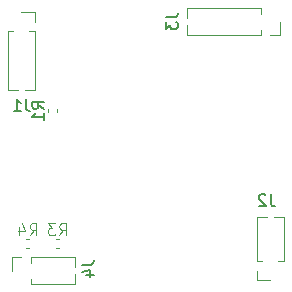
<source format=gbo>
%TF.GenerationSoftware,KiCad,Pcbnew,9.0.5-1.fc42*%
%TF.CreationDate,2025-12-03T05:54:04+01:00*%
%TF.ProjectId,Block-PotentiometerLinear,426c6f63-6b2d-4506-9f74-656e74696f6d,1*%
%TF.SameCoordinates,Original*%
%TF.FileFunction,Legend,Bot*%
%TF.FilePolarity,Positive*%
%FSLAX46Y46*%
G04 Gerber Fmt 4.6, Leading zero omitted, Abs format (unit mm)*
G04 Created by KiCad (PCBNEW 9.0.5-1.fc42) date 2025-12-03 05:54:04*
%MOMM*%
%LPD*%
G01*
G04 APERTURE LIST*
%ADD10C,0.150000*%
%ADD11C,0.125000*%
%ADD12C,0.120000*%
G04 APERTURE END LIST*
D10*
X133675419Y-123693866D02*
X134389704Y-123693866D01*
X134389704Y-123693866D02*
X134532561Y-123646247D01*
X134532561Y-123646247D02*
X134627800Y-123551009D01*
X134627800Y-123551009D02*
X134675419Y-123408152D01*
X134675419Y-123408152D02*
X134675419Y-123312914D01*
X134008752Y-124598628D02*
X134675419Y-124598628D01*
X133627800Y-124360533D02*
X134342085Y-124122438D01*
X134342085Y-124122438D02*
X134342085Y-124741485D01*
D11*
X131736666Y-121206119D02*
X132069999Y-120729928D01*
X132308094Y-121206119D02*
X132308094Y-120206119D01*
X132308094Y-120206119D02*
X131927142Y-120206119D01*
X131927142Y-120206119D02*
X131831904Y-120253738D01*
X131831904Y-120253738D02*
X131784285Y-120301357D01*
X131784285Y-120301357D02*
X131736666Y-120396595D01*
X131736666Y-120396595D02*
X131736666Y-120539452D01*
X131736666Y-120539452D02*
X131784285Y-120634690D01*
X131784285Y-120634690D02*
X131831904Y-120682309D01*
X131831904Y-120682309D02*
X131927142Y-120729928D01*
X131927142Y-120729928D02*
X132308094Y-120729928D01*
X131403332Y-120206119D02*
X130784285Y-120206119D01*
X130784285Y-120206119D02*
X131117618Y-120587071D01*
X131117618Y-120587071D02*
X130974761Y-120587071D01*
X130974761Y-120587071D02*
X130879523Y-120634690D01*
X130879523Y-120634690D02*
X130831904Y-120682309D01*
X130831904Y-120682309D02*
X130784285Y-120777547D01*
X130784285Y-120777547D02*
X130784285Y-121015642D01*
X130784285Y-121015642D02*
X130831904Y-121110880D01*
X130831904Y-121110880D02*
X130879523Y-121158500D01*
X130879523Y-121158500D02*
X130974761Y-121206119D01*
X130974761Y-121206119D02*
X131260475Y-121206119D01*
X131260475Y-121206119D02*
X131355713Y-121158500D01*
X131355713Y-121158500D02*
X131403332Y-121110880D01*
D10*
X130425019Y-110488333D02*
X129948828Y-110155000D01*
X130425019Y-109916905D02*
X129425019Y-109916905D01*
X129425019Y-109916905D02*
X129425019Y-110297857D01*
X129425019Y-110297857D02*
X129472638Y-110393095D01*
X129472638Y-110393095D02*
X129520257Y-110440714D01*
X129520257Y-110440714D02*
X129615495Y-110488333D01*
X129615495Y-110488333D02*
X129758352Y-110488333D01*
X129758352Y-110488333D02*
X129853590Y-110440714D01*
X129853590Y-110440714D02*
X129901209Y-110393095D01*
X129901209Y-110393095D02*
X129948828Y-110297857D01*
X129948828Y-110297857D02*
X129948828Y-109916905D01*
X130425019Y-111440714D02*
X130425019Y-110869286D01*
X130425019Y-111155000D02*
X129425019Y-111155000D01*
X129425019Y-111155000D02*
X129567876Y-111059762D01*
X129567876Y-111059762D02*
X129663114Y-110964524D01*
X129663114Y-110964524D02*
X129710733Y-110869286D01*
D11*
X129222066Y-121206119D02*
X129555399Y-120729928D01*
X129793494Y-121206119D02*
X129793494Y-120206119D01*
X129793494Y-120206119D02*
X129412542Y-120206119D01*
X129412542Y-120206119D02*
X129317304Y-120253738D01*
X129317304Y-120253738D02*
X129269685Y-120301357D01*
X129269685Y-120301357D02*
X129222066Y-120396595D01*
X129222066Y-120396595D02*
X129222066Y-120539452D01*
X129222066Y-120539452D02*
X129269685Y-120634690D01*
X129269685Y-120634690D02*
X129317304Y-120682309D01*
X129317304Y-120682309D02*
X129412542Y-120729928D01*
X129412542Y-120729928D02*
X129793494Y-120729928D01*
X128364923Y-120539452D02*
X128364923Y-121206119D01*
X128603018Y-120158500D02*
X128841113Y-120872785D01*
X128841113Y-120872785D02*
X128222066Y-120872785D01*
D10*
X149620410Y-117741619D02*
X149620410Y-118455904D01*
X149620410Y-118455904D02*
X149668029Y-118598761D01*
X149668029Y-118598761D02*
X149763267Y-118694000D01*
X149763267Y-118694000D02*
X149906124Y-118741619D01*
X149906124Y-118741619D02*
X150001362Y-118741619D01*
X149191838Y-117836857D02*
X149144219Y-117789238D01*
X149144219Y-117789238D02*
X149048981Y-117741619D01*
X149048981Y-117741619D02*
X148810886Y-117741619D01*
X148810886Y-117741619D02*
X148715648Y-117789238D01*
X148715648Y-117789238D02*
X148668029Y-117836857D01*
X148668029Y-117836857D02*
X148620410Y-117932095D01*
X148620410Y-117932095D02*
X148620410Y-118027333D01*
X148620410Y-118027333D02*
X148668029Y-118170190D01*
X148668029Y-118170190D02*
X149239457Y-118741619D01*
X149239457Y-118741619D02*
X148620410Y-118741619D01*
X128883733Y-109691819D02*
X128883733Y-110406104D01*
X128883733Y-110406104D02*
X128931352Y-110548961D01*
X128931352Y-110548961D02*
X129026590Y-110644200D01*
X129026590Y-110644200D02*
X129169447Y-110691819D01*
X129169447Y-110691819D02*
X129264685Y-110691819D01*
X127883733Y-110691819D02*
X128455161Y-110691819D01*
X128169447Y-110691819D02*
X128169447Y-109691819D01*
X128169447Y-109691819D02*
X128264685Y-109834676D01*
X128264685Y-109834676D02*
X128359923Y-109929914D01*
X128359923Y-109929914D02*
X128455161Y-109977533D01*
X140754019Y-102766266D02*
X141468304Y-102766266D01*
X141468304Y-102766266D02*
X141611161Y-102718647D01*
X141611161Y-102718647D02*
X141706400Y-102623409D01*
X141706400Y-102623409D02*
X141754019Y-102480552D01*
X141754019Y-102480552D02*
X141754019Y-102385314D01*
X140754019Y-103147219D02*
X140754019Y-103766266D01*
X140754019Y-103766266D02*
X141134971Y-103432933D01*
X141134971Y-103432933D02*
X141134971Y-103575790D01*
X141134971Y-103575790D02*
X141182590Y-103671028D01*
X141182590Y-103671028D02*
X141230209Y-103718647D01*
X141230209Y-103718647D02*
X141325447Y-103766266D01*
X141325447Y-103766266D02*
X141563542Y-103766266D01*
X141563542Y-103766266D02*
X141658780Y-103718647D01*
X141658780Y-103718647D02*
X141706400Y-103671028D01*
X141706400Y-103671028D02*
X141754019Y-103575790D01*
X141754019Y-103575790D02*
X141754019Y-103290076D01*
X141754019Y-103290076D02*
X141706400Y-103194838D01*
X141706400Y-103194838D02*
X141658780Y-103147219D01*
D12*
%TO.C,J4*%
X127715000Y-123045000D02*
X127715000Y-124205000D01*
X128525000Y-123045000D02*
X127715000Y-123045000D01*
X129335000Y-123045000D02*
X129335000Y-123538292D01*
X129335000Y-123045000D02*
X133080000Y-123045000D01*
X129335000Y-124871708D02*
X129335000Y-125365000D01*
X129335000Y-125365000D02*
X133080000Y-125365000D01*
X133080000Y-123045000D02*
X133080000Y-123887077D01*
X133080000Y-124522923D02*
X133080000Y-125365000D01*
%TO.C,R3*%
X131723641Y-121540000D02*
X131416359Y-121540000D01*
X131723641Y-122300000D02*
X131416359Y-122300000D01*
%TO.C,R1*%
X130760200Y-110501359D02*
X130760200Y-110808641D01*
X131520200Y-110501359D02*
X131520200Y-110808641D01*
%TO.C,R4*%
X129209041Y-121540000D02*
X128901759Y-121540000D01*
X129209041Y-122300000D02*
X128901759Y-122300000D01*
%TO.C,J2*%
X148445000Y-119650000D02*
X149287077Y-119650000D01*
X148445000Y-123395000D02*
X148445000Y-119650000D01*
X148445000Y-123395000D02*
X148938292Y-123395000D01*
X148445000Y-124205000D02*
X148445000Y-125015000D01*
X148445000Y-125015000D02*
X149605000Y-125015000D01*
X149922923Y-119650000D02*
X150765000Y-119650000D01*
X150271708Y-123395000D02*
X150765000Y-123395000D01*
X150765000Y-123395000D02*
X150765000Y-119650000D01*
%TO.C,J1*%
X127365000Y-103935000D02*
X127365000Y-108950000D01*
X127858292Y-103935000D02*
X127365000Y-103935000D01*
X128207077Y-108950000D02*
X127365000Y-108950000D01*
X129685000Y-102315000D02*
X128525000Y-102315000D01*
X129685000Y-103125000D02*
X129685000Y-102315000D01*
X129685000Y-103935000D02*
X129191708Y-103935000D01*
X129685000Y-103935000D02*
X129685000Y-108950000D01*
X129685000Y-108950000D02*
X128842923Y-108950000D01*
%TO.C,J3*%
X142510000Y-102807077D02*
X142510000Y-101965000D01*
X142510000Y-104285000D02*
X142510000Y-103442923D01*
X148795000Y-101965000D02*
X142510000Y-101965000D01*
X148795000Y-102458292D02*
X148795000Y-101965000D01*
X148795000Y-104285000D02*
X142510000Y-104285000D01*
X148795000Y-104285000D02*
X148795000Y-103791708D01*
X149605000Y-104285000D02*
X150415000Y-104285000D01*
X150415000Y-104285000D02*
X150415000Y-103125000D01*
%TD*%
M02*

</source>
